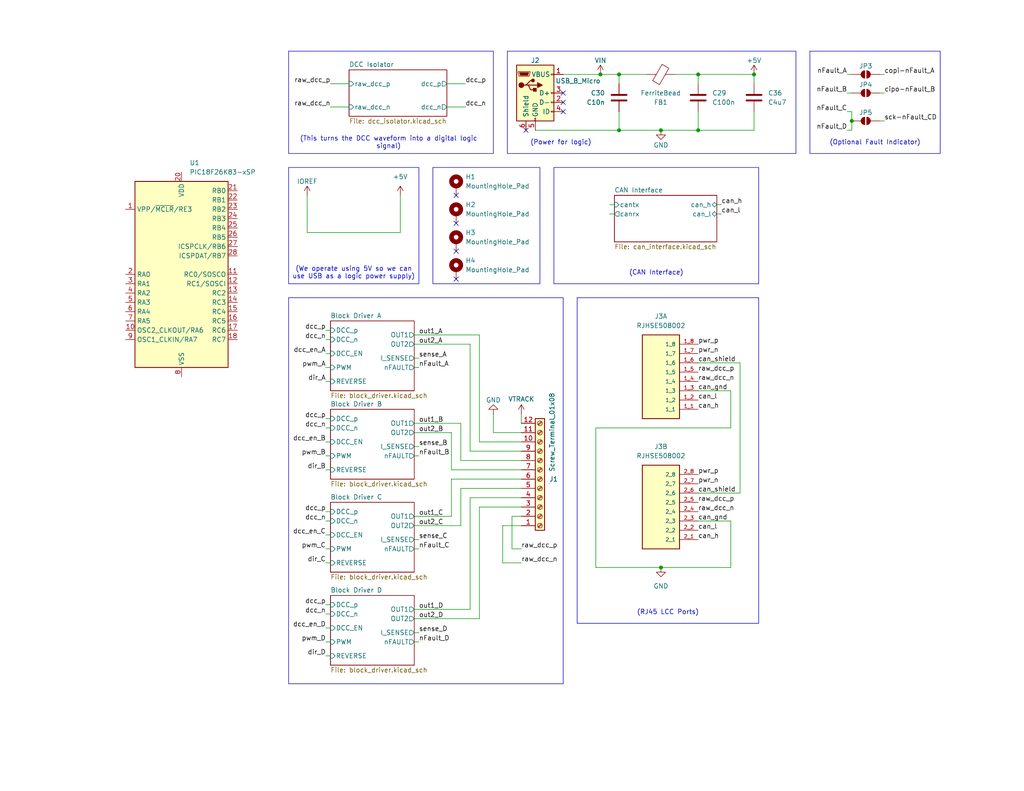
<source format=kicad_sch>
(kicad_sch (version 20231120) (generator "eeschema") (generator_version "8.0")
  (paper "USLetter")
  (title_block (title "PIC18 LCC Turnout Card") (date "2024-12-10") (rev "1") (company "TMRC") (comment 1 "Noah Paladino"))
  (lib_symbols
    (symbol "Connector:Screw_Terminal_01x12" (pin_names (offset 1.016) hide)
      (property "Reference" "J" (at 0 15.24 0))
      (property "Value" "Screw_Terminal_01x12" (at 0 -17.78 0))
      (symbol "Screw_Terminal_01x12_1_1"
        (rectangle (start -1.27 13.97) (end 1.27 -16.51) (stroke (width 0.254)) (fill (type background)))
        (circle (center 0 -15.24) (radius 0.635) (stroke (width 0.1524)))
        (circle (center 0 -12.7) (radius 0.635) (stroke (width 0.1524)))
        (circle (center 0 -10.16) (radius 0.635) (stroke (width 0.1524)))
        (circle (center 0 -7.62) (radius 0.635) (stroke (width 0.1524)))
        (circle (center 0 -5.08) (radius 0.635) (stroke (width 0.1524)))
        (circle (center 0 -2.54) (radius 0.635) (stroke (width 0.1524)))
        (polyline (pts (xy -0.5334 -14.9098) (xy 0.3302 -15.748)) (stroke (width 0.1524)))
        (polyline (pts (xy -0.5334 -12.3698) (xy 0.3302 -13.208)) (stroke (width 0.1524)))
        (polyline (pts (xy -0.5334 -9.8298) (xy 0.3302 -10.668)) (stroke (width 0.1524)))
        (polyline (pts (xy -0.5334 -7.2898) (xy 0.3302 -8.128)) (stroke (width 0.1524)))
        (polyline (pts (xy -0.5334 -4.7498) (xy 0.3302 -5.588)) (stroke (width 0.1524)))
        (polyline (pts (xy -0.5334 -2.2098) (xy 0.3302 -3.048)) (stroke (width 0.1524)))
        (polyline (pts (xy -0.5334 0.3302) (xy 0.3302 -0.508)) (stroke (width 0.1524)))
        (polyline (pts (xy -0.5334 2.8702) (xy 0.3302 2.032)) (stroke (width 0.1524)))
        (polyline (pts (xy -0.5334 5.4102) (xy 0.3302 4.572)) (stroke (width 0.1524)))
        (polyline (pts (xy -0.5334 7.9502) (xy 0.3302 7.112)) (stroke (width 0.1524)))
        (polyline (pts (xy -0.5334 10.4902) (xy 0.3302 9.652)) (stroke (width 0.1524)))
        (polyline (pts (xy -0.5334 13.0302) (xy 0.3302 12.192)) (stroke (width 0.1524)))
        (polyline (pts (xy -0.3556 -14.732) (xy 0.508 -15.5702)) (stroke (width 0.1524)))
        (polyline (pts (xy -0.3556 -12.192) (xy 0.508 -13.0302)) (stroke (width 0.1524)))
        (polyline (pts (xy -0.3556 -9.652) (xy 0.508 -10.4902)) (stroke (width 0.1524)))
        (polyline (pts (xy -0.3556 -7.112) (xy 0.508 -7.9502)) (stroke (width 0.1524)))
        (polyline (pts (xy -0.3556 -4.572) (xy 0.508 -5.4102)) (stroke (width 0.1524)))
        (polyline (pts (xy -0.3556 -2.032) (xy 0.508 -2.8702)) (stroke (width 0.1524)))
        (polyline (pts (xy -0.3556 0.508) (xy 0.508 -0.3302)) (stroke (width 0.1524)))
        (polyline (pts (xy -0.3556 3.048) (xy 0.508 2.2098)) (stroke (width 0.1524)))
        (polyline (pts (xy -0.3556 5.588) (xy 0.508 4.7498)) (stroke (width 0.1524)))
        (polyline (pts (xy -0.3556 8.128) (xy 0.508 7.2898)) (stroke (width 0.1524)))
        (polyline (pts (xy -0.3556 10.668) (xy 0.508 9.8298)) (stroke (width 0.1524)))
        (polyline (pts (xy -0.3556 13.208) (xy 0.508 12.3698)) (stroke (width 0.1524)))
        (circle (center 0 0) (radius 0.635) (stroke (width 0.1524)))
        (circle (center 0 2.54) (radius 0.635) (stroke (width 0.1524)))
        (circle (center 0 5.08) (radius 0.635) (stroke (width 0.1524)))
        (circle (center 0 7.62) (radius 0.635) (stroke (width 0.1524)))
        (circle (center 0 10.16) (radius 0.635) (stroke (width 0.1524)))
        (circle (center 0 12.7) (radius 0.635) (stroke (width 0.1524)))
        (pin passive line (at -5.08 12.7 0) (length 3.81) (name "Pin_1") (number "1"))
        (pin passive line (at -5.08 -10.16 0) (length 3.81) (name "Pin_10") (number "10"))
        (pin passive line (at -5.08 -12.7 0) (length 3.81) (name "Pin_11") (number "11"))
        (pin passive line (at -5.08 -15.24 0) (length 3.81) (name "Pin_12") (number "12"))
        (pin passive line (at -5.08 10.16 0) (length 3.81) (name "Pin_2") (number "2"))
        (pin passive line (at -5.08 7.62 0) (length 3.81) (name "Pin_3") (number "3"))
        (pin passive line (at -5.08 5.08 0) (length 3.81) (name "Pin_4") (number "4"))
        (pin passive line (at -5.08 2.54 0) (length 3.81) (name "Pin_5") (number "5"))
        (pin passive line (at -5.08 0 0) (length 3.81) (name "Pin_6") (number "6"))
        (pin passive line (at -5.08 -2.54 0) (length 3.81) (name "Pin_7") (number "7"))
        (pin passive line (at -5.08 -5.08 0) (length 3.81) (name "Pin_8") (number "8"))
        (pin passive line (at -5.08 -7.62 0) (length 3.81) (name "Pin_9") (number "9"))
      )
    )
    (symbol "Connector:USB_B_Micro" (pin_names (offset 1.016))
      (property "Reference" "J" (at -5.08 11.43 0))
      (property "Value" "USB_B_Micro" (at -5.08 8.89 0))
      (symbol "USB_B_Micro_0_1"
        (rectangle (start -5.08 -7.62) (end 5.08 7.62) (stroke (width 0.254)) (fill (type background)))
        (circle (center -3.81 2.159) (radius 0.635) (stroke (width 0.254)) (fill (type outline)))
        (circle (center -0.635 3.429) (radius 0.381) (stroke (width 0.254)) (fill (type outline)))
        (rectangle (start -0.127 -7.62) (end 0.127 -6.858))
        (polyline (pts (xy -1.905 2.159) (xy 0.635 2.159)) (stroke (width 0.254)))
        (polyline (pts (xy -3.175 2.159) (xy -2.54 2.159) (xy -1.27 3.429) (xy -0.635 3.429)) (stroke (width 0.254)))
        (polyline (pts (xy -2.54 2.159) (xy -1.905 2.159) (xy -1.27 0.889) (xy 0 0.889)) (stroke (width 0.254)))
        (polyline (pts (xy 0.635 2.794) (xy 0.635 1.524) (xy 1.905 2.159) (xy 0.635 2.794)) (stroke (width 0.254)) (fill (type outline)))
        (polyline (pts (xy -4.318 5.588) (xy -1.778 5.588) (xy -2.032 4.826) (xy -4.064 4.826) (xy -4.318 5.588)) (fill (type outline)))
        (polyline (pts (xy -4.699 5.842) (xy -4.699 5.588) (xy -4.445 4.826) (xy -4.445 4.572) (xy -1.651 4.572) (xy -1.651 4.826) (xy -1.397 5.588) (xy -1.397 5.842) (xy -4.699 5.842)))
        (rectangle (start 0.254 1.27) (end -0.508 0.508) (stroke (width 0.254)) (fill (type outline)))
        (rectangle (start 5.08 -5.207) (end 4.318 -4.953))
        (rectangle (start 5.08 -2.667) (end 4.318 -2.413))
        (rectangle (start 5.08 -0.127) (end 4.318 0.127))
        (rectangle (start 5.08 4.953) (end 4.318 5.207))
      )
      (symbol "USB_B_Micro_1_1"
        (pin power_out line (at 7.62 5.08 180) (length 2.54) (name "VBUS") (number "1"))
        (pin bidirectional line (at 7.62 -2.54 180) (length 2.54) (name "D-") (number "2"))
        (pin bidirectional line (at 7.62 0 180) (length 2.54) (name "D+") (number "3"))
        (pin passive line (at 7.62 -5.08 180) (length 2.54) (name "ID") (number "4"))
        (pin power_out line (at 0 -10.16 90) (length 2.54) (name "GND") (number "5"))
        (pin passive line (at -2.54 -10.16 90) (length 2.54) (name "Shield") (number "6"))
      )
    )
    (symbol "Device:C" (pin_numbers hide) (pin_names (offset 0.254))
      (property "Reference" "C" (at 0.635 2.54 0))
      (property "Value" "C" (at 0.635 -2.54 0))
      (symbol "C_0_1"
        (polyline (pts (xy -2.032 -0.762) (xy 2.032 -0.762)) (stroke (width 0.508)))
        (polyline (pts (xy -2.032 0.762) (xy 2.032 0.762)) (stroke (width 0.508)))
      )
      (symbol "C_1_1"
        (pin passive line (at 0 3.81 270) (length 2.794) (name "~") (number "1"))
        (pin passive line (at 0 -3.81 90) (length 2.794) (name "~") (number "2"))
      )
    )
    (symbol "Device:FerriteBead" (pin_numbers hide) (pin_names (offset 0))
      (property "Reference" "FB" (at -3.81 0.635 90))
      (property "Value" "FerriteBead" (at 3.81 0 90))
      (symbol "FerriteBead_0_1"
        (polyline (pts (xy 0 -1.27) (xy 0 -1.2192)))
        (polyline (pts (xy 0 1.27) (xy 0 1.2954)))
        (polyline (pts (xy -2.7686 0.4064) (xy -1.7018 2.2606) (xy 2.7686 -0.3048) (xy 1.6764 -2.159) (xy -2.7686 0.4064)))
      )
      (symbol "FerriteBead_1_1"
        (pin passive line (at 0 3.81 270) (length 2.54) (name "~") (number "1"))
        (pin passive line (at 0 -3.81 90) (length 2.54) (name "~") (number "2"))
      )
    )
    (symbol "Jumper:SolderJumper_2_Open" (pin_numbers hide) (pin_names (offset 0) hide) (exclude_from_sim yes) (in_bom no)
      (property "Reference" "JP" (at 0 2.032 0))
      (property "Value" "SolderJumper_2_Open" (at 0 -2.54 0))
      (symbol "SolderJumper_2_Open_0_1"
        (arc (start -0.254 1.016) (mid -1.2656 0) (end -0.254 -1.016))
        (arc (start -0.254 1.016) (mid -1.2656 0) (end -0.254 -1.016) (fill (type outline)))
        (polyline (pts (xy -0.254 1.016) (xy -0.254 -1.016)))
        (polyline (pts (xy 0.254 1.016) (xy 0.254 -1.016)))
        (arc (start 0.254 -1.016) (mid 1.2656 0) (end 0.254 1.016))
        (arc (start 0.254 -1.016) (mid 1.2656 0) (end 0.254 1.016) (fill (type outline)))
      )
      (symbol "SolderJumper_2_Open_1_1"
        (pin passive line (at -3.81 0 0) (length 2.54) (name "A") (number "1"))
        (pin passive line (at 3.81 0 180) (length 2.54) (name "B") (number "2"))
      )
    )
    (symbol "MCU_Microchip_PIC18:PIC18F26K83-xSP"
      (property "Reference" "U" (at -11.43 26.67 0))
      (property "Value" "PIC18F26K83-xSP" (at 11.43 26.67 0))
      (symbol "PIC18F26K83-xSP_0_1"
        (rectangle (start -12.7 -25.4) (end 12.7 25.4) (stroke (width 0.254)) (fill (type background)))
      )
      (symbol "PIC18F26K83-xSP_1_1"
        (pin input line (at -15.24 17.78 0) (length 2.54) (name "VPP/~{MCLR}/RE3") (number "1"))
        (pin bidirectional line (at -15.24 -15.24 0) (length 2.54) (name "OSC2_CLKOUT/RA6") (number "10"))
        (pin bidirectional line (at 15.24 0 180) (length 2.54) (name "RC0/SOSCO") (number "11"))
        (pin bidirectional line (at 15.24 -2.54 180) (length 2.54) (name "RC1/SOSCI") (number "12"))
        (pin bidirectional line (at 15.24 -5.08 180) (length 2.54) (name "RC2") (number "13"))
        (pin bidirectional line (at 15.24 -7.62 180) (length 2.54) (name "RC3") (number "14"))
        (pin bidirectional line (at 15.24 -10.16 180) (length 2.54) (name "RC4") (number "15"))
        (pin bidirectional line (at 15.24 -12.7 180) (length 2.54) (name "RC5") (number "16"))
        (pin bidirectional line (at 15.24 -15.24 180) (length 2.54) (name "RC6") (number "17"))
        (pin bidirectional line (at 15.24 -17.78 180) (length 2.54) (name "RC7") (number "18"))
        (pin passive line (at 0 -27.94 90) (length 2.54) hide (name "VSS") (number "19"))
        (pin bidirectional line (at -15.24 0 0) (length 2.54) (name "RA0") (number "2"))
        (pin power_in line (at 0 27.94 270) (length 2.54) (name "VDD") (number "20"))
        (pin bidirectional line (at 15.24 22.86 180) (length 2.54) (name "RB0") (number "21"))
        (pin bidirectional line (at 15.24 20.32 180) (length 2.54) (name "RB1") (number "22"))
        (pin bidirectional line (at 15.24 17.78 180) (length 2.54) (name "RB2") (number "23"))
        (pin bidirectional line (at 15.24 15.24 180) (length 2.54) (name "RB3") (number "24"))
        (pin bidirectional line (at 15.24 12.7 180) (length 2.54) (name "RB4") (number "25"))
        (pin bidirectional line (at 15.24 10.16 180) (length 2.54) (name "RB5") (number "26"))
        (pin bidirectional line (at 15.24 7.62 180) (length 2.54) (name "ICSPCLK/RB6") (number "27"))
        (pin bidirectional line (at 15.24 5.08 180) (length 2.54) (name "ICSPDAT/RB7") (number "28"))
        (pin bidirectional line (at -15.24 -2.54 0) (length 2.54) (name "RA1") (number "3"))
        (pin bidirectional line (at -15.24 -5.08 0) (length 2.54) (name "RA2") (number "4"))
        (pin bidirectional line (at -15.24 -7.62 0) (length 2.54) (name "RA3") (number "5"))
        (pin bidirectional line (at -15.24 -10.16 0) (length 2.54) (name "RA4") (number "6"))
        (pin bidirectional line (at -15.24 -12.7 0) (length 2.54) (name "RA5") (number "7"))
        (pin power_in line (at 0 -27.94 90) (length 2.54) (name "VSS") (number "8"))
        (pin bidirectional line (at -15.24 -17.78 0) (length 2.54) (name "OSC1_CLKIN/RA7") (number "9"))
      )
    )
    (symbol "Mechanical:MountingHole_Pad" (pin_numbers hide) (pin_names (offset 1.016) hide) (exclude_from_sim yes) (in_bom no)
      (property "Reference" "H" (at 0 6.35 0))
      (property "Value" "MountingHole_Pad" (at 0 4.445 0))
      (symbol "MountingHole_Pad_0_1"
        (circle (center 0 1.27) (radius 1.27) (stroke (width 1.27)))
      )
      (symbol "MountingHole_Pad_1_1"
        (pin input line (at 0 -2.54 90) (length 2.54) (name "1") (number "1"))
      )
    )
    (symbol "RJHSE508002:RJHSE508002" (pin_names (offset 1.016))
      (property "Reference" "J" (at -5.08 12.7 0))
      (property "Value" "RJHSE508002" (at -5.08 -15.24 0))
      (symbol "RJHSE508002_1_0"
        (rectangle (start -5.08 -12.7) (end 5.08 10.16) (stroke (width 0.254)) (fill (type background)))
        (pin passive line (at -10.16 7.62 0) (length 5.08) (name "1_1") (number "1_1"))
        (pin passive line (at -10.16 5.08 0) (length 5.08) (name "1_2") (number "1_2"))
        (pin passive line (at -10.16 2.54 0) (length 5.08) (name "1_3") (number "1_3"))
        (pin passive line (at -10.16 0 0) (length 5.08) (name "1_4") (number "1_4"))
        (pin passive line (at -10.16 -2.54 0) (length 5.08) (name "1_5") (number "1_5"))
        (pin passive line (at -10.16 -5.08 0) (length 5.08) (name "1_6") (number "1_6"))
        (pin passive line (at -10.16 -7.62 0) (length 5.08) (name "1_7") (number "1_7"))
        (pin passive line (at -10.16 -10.16 0) (length 5.08) (name "1_8") (number "1_8"))
      )
      (symbol "RJHSE508002_2_0"
        (rectangle (start -5.08 -12.7) (end 5.08 10.16) (stroke (width 0.254)) (fill (type background)))
        (pin passive line (at -10.16 7.62 0) (length 5.08) (name "2_1") (number "2_1"))
        (pin passive line (at -10.16 5.08 0) (length 5.08) (name "2_2") (number "2_2"))
        (pin passive line (at -10.16 2.54 0) (length 5.08) (name "2_3") (number "2_3"))
        (pin passive line (at -10.16 0 0) (length 5.08) (name "2_4") (number "2_4"))
        (pin passive line (at -10.16 -2.54 0) (length 5.08) (name "2_5") (number "2_5"))
        (pin passive line (at -10.16 -5.08 0) (length 5.08) (name "2_6") (number "2_6"))
        (pin passive line (at -10.16 -7.62 0) (length 5.08) (name "2_7") (number "2_7"))
        (pin passive line (at -10.16 -10.16 0) (length 5.08) (name "2_8") (number "2_8"))
      )
    )
    (symbol "power:+3.3V" (power) (pin_numbers hide) (pin_names (offset 0) hide)
      (property "Value" "+3.3V" (at 0 3.556 0))
      (symbol "+3.3V_0_1"
        (polyline (pts (xy -0.762 1.27) (xy 0 2.54)))
        (polyline (pts (xy 0 0) (xy 0 2.54)))
        (polyline (pts (xy 0 2.54) (xy 0.762 1.27)))
      )
      (symbol "+3.3V_1_1"
        (pin power_in line (at 0 0 90) (length 0) (name "~") (number "1"))
      )
    )
    (symbol "power:+5V" (power) (pin_numbers hide) (pin_names (offset 0) hide)
      (property "Value" "+5V" (at 0 3.556 0))
      (symbol "+5V_0_1"
        (polyline (pts (xy -0.762 1.27) (xy 0 2.54)))
        (polyline (pts (xy 0 0) (xy 0 2.54)))
        (polyline (pts (xy 0 2.54) (xy 0.762 1.27)))
      )
      (symbol "+5V_1_1"
        (pin power_in line (at 0 0 90) (length 0) (name "~") (number "1"))
      )
    )
    (symbol "power:GND" (power) (pin_numbers hide) (pin_names (offset 0) hide)
      (property "Value" "GND" (at 0 -3.81 0))
      (symbol "GND_0_1"
        (polyline (pts (xy 0 0) (xy 0 -1.27) (xy 1.27 -1.27) (xy 0 -2.54) (xy -1.27 -1.27) (xy 0 -1.27)))
      )
      (symbol "GND_1_1"
        (pin power_in line (at 0 0 270) (length 0) (name "~") (number "1"))
      )
    )
  )
  (junction (at 205.74 20.32))
  (junction (at 168.91 20.32))
  (junction (at 190.5 35.56))
  (junction (at 180.34 154.94))
  (junction (at 180.34 35.56))
  (junction (at 232.41 33.02))
  (junction (at 190.5 20.32))
  (junction (at 163.83 20.32))
  (junction (at 168.91 35.56))
  (no_connect (at 153.67 25.4))
  (no_connect (at 153.67 30.48))
  (no_connect (at 153.67 27.94))
  (no_connect (at 143.51 35.56))
  (no_connect (at 124.46 68.58))
  (no_connect (at 124.46 53.34))
  (no_connect (at 124.46 76.2))
  (no_connect (at 124.46 60.96))
  (wire (pts (xy 240.03 20.32) (xy 241.3 20.32)))
  (wire (pts (xy 113.03 121.92) (xy 114.3 121.92)))
  (wire (pts (xy 142.24 128.27) (xy 123.19 128.27)))
  (wire (pts (xy 113.03 172.72) (xy 114.3 172.72)))
  (wire (pts (xy 201.93 99.06) (xy 201.93 134.62)))
  (wire (pts (xy 88.9 114.3) (xy 90.17 114.3)))
  (wire (pts (xy 113.03 140.97) (xy 123.19 140.97)))
  (wire (pts (xy 139.7 140.97) (xy 139.7 149.86)))
  (wire (pts (xy 134.62 118.11) (xy 142.24 118.11)))
  (wire (pts (xy 166.37 55.88) (xy 167.64 55.88)))
  (wire (pts (xy 113.03 168.91) (xy 130.81 168.91)))
  (wire (pts (xy 168.91 20.32) (xy 168.91 22.86)))
  (wire (pts (xy 142.24 143.51) (xy 137.16 143.51)))
  (wire (pts (xy 240.03 33.02) (xy 241.3 33.02)))
  (wire (pts (xy 240.03 25.4) (xy 241.3 25.4)))
  (wire (pts (xy 232.41 33.02) (xy 232.41 35.56)))
  (wire (pts (xy 123.19 140.97) (xy 123.19 130.81)))
  (wire (pts (xy 190.5 106.68) (xy 199.39 106.68)))
  (wire (pts (xy 142.24 149.86) (xy 139.7 149.86)))
  (wire (pts (xy 113.03 124.46) (xy 114.3 124.46)))
  (wire (pts (xy 231.14 25.4) (xy 232.41 25.4)))
  (wire (pts (xy 190.5 134.62) (xy 201.93 134.62)))
  (wire (pts (xy 205.74 20.32) (xy 190.5 20.32)))
  (wire (pts (xy 146.05 35.56) (xy 168.91 35.56)))
  (wire (pts (xy 134.62 113.03) (xy 134.62 118.11)))
  (wire (pts (xy 88.9 171.45) (xy 90.17 171.45)))
  (wire (pts (xy 153.67 20.32) (xy 163.83 20.32)))
  (wire (pts (xy 109.22 63.5) (xy 109.22 53.34)))
  (wire (pts (xy 168.91 30.48) (xy 168.91 35.56)))
  (wire (pts (xy 121.92 22.86) (xy 127 22.86)))
  (wire (pts (xy 130.81 120.65) (xy 142.24 120.65)))
  (wire (pts (xy 142.24 113.03) (xy 142.24 115.57)))
  (wire (pts (xy 231.14 30.48) (xy 232.41 30.48)))
  (wire (pts (xy 88.9 100.33) (xy 90.17 100.33)))
  (wire (pts (xy 88.9 167.64) (xy 90.17 167.64)))
  (wire (pts (xy 88.9 146.05) (xy 90.17 146.05)))
  (wire (pts (xy 168.91 35.56) (xy 180.34 35.56)))
  (wire (pts (xy 199.39 106.68) (xy 199.39 116.84)))
  (wire (pts (xy 130.81 91.44) (xy 130.81 120.65)))
  (wire (pts (xy 231.14 20.32) (xy 232.41 20.32)))
  (wire (pts (xy 83.82 63.5) (xy 83.82 53.34)))
  (wire (pts (xy 190.5 99.06) (xy 201.93 99.06)))
  (wire (pts (xy 128.27 93.98) (xy 128.27 123.19)))
  (wire (pts (xy 190.5 35.56) (xy 205.74 35.56)))
  (wire (pts (xy 123.19 128.27) (xy 123.19 118.11)))
  (wire (pts (xy 190.5 30.48) (xy 190.5 35.56)))
  (wire (pts (xy 113.03 93.98) (xy 128.27 93.98)))
  (wire (pts (xy 168.91 20.32) (xy 163.83 20.32)))
  (wire (pts (xy 190.5 20.32) (xy 190.5 22.86)))
  (wire (pts (xy 88.9 128.27) (xy 90.17 128.27)))
  (wire (pts (xy 232.41 33.02) (xy 232.41 30.48)))
  (wire (pts (xy 88.9 149.86) (xy 90.17 149.86)))
  (wire (pts (xy 88.9 175.26) (xy 90.17 175.26)))
  (wire (pts (xy 88.9 165.1) (xy 90.17 165.1)))
  (wire (pts (xy 113.03 115.57) (xy 125.73 115.57)))
  (wire (pts (xy 137.16 143.51) (xy 137.16 153.67)))
  (wire (pts (xy 130.81 138.43) (xy 142.24 138.43)))
  (wire (pts (xy 195.58 58.42) (xy 196.85 58.42)))
  (wire (pts (xy 195.58 55.88) (xy 196.85 55.88)))
  (wire (pts (xy 180.34 154.94) (xy 199.39 154.94)))
  (wire (pts (xy 88.9 139.7) (xy 90.17 139.7)))
  (wire (pts (xy 139.7 140.97) (xy 142.24 140.97)))
  (wire (pts (xy 113.03 143.51) (xy 125.73 143.51)))
  (wire (pts (xy 162.56 154.94) (xy 180.34 154.94)))
  (wire (pts (xy 88.9 96.52) (xy 90.17 96.52)))
  (wire (pts (xy 162.56 116.84) (xy 199.39 116.84)))
  (wire (pts (xy 113.03 97.79) (xy 114.3 97.79)))
  (wire (pts (xy 113.03 149.86) (xy 114.3 149.86)))
  (wire (pts (xy 137.16 153.67) (xy 142.24 153.67)))
  (wire (pts (xy 125.73 115.57) (xy 125.73 125.73)))
  (wire (pts (xy 231.14 35.56) (xy 232.41 35.56)))
  (wire (pts (xy 128.27 135.89) (xy 142.24 135.89)))
  (wire (pts (xy 83.82 63.5) (xy 109.22 63.5)))
  (wire (pts (xy 125.73 125.73) (xy 142.24 125.73)))
  (wire (pts (xy 166.37 58.42) (xy 167.64 58.42)))
  (wire (pts (xy 113.03 100.33) (xy 114.3 100.33)))
  (wire (pts (xy 88.9 120.65) (xy 90.17 120.65)))
  (wire (pts (xy 205.74 22.86) (xy 205.74 20.32)))
  (wire (pts (xy 113.03 175.26) (xy 114.3 175.26)))
  (wire (pts (xy 113.03 147.32) (xy 114.3 147.32)))
  (wire (pts (xy 90.17 22.86) (xy 95.25 22.86)))
  (wire (pts (xy 125.73 133.35) (xy 142.24 133.35)))
  (wire (pts (xy 88.9 124.46) (xy 90.17 124.46)))
  (wire (pts (xy 90.17 29.21) (xy 95.25 29.21)))
  (wire (pts (xy 205.74 30.48) (xy 205.74 35.56)))
  (wire (pts (xy 168.91 20.32) (xy 176.53 20.32)))
  (wire (pts (xy 88.9 104.14) (xy 90.17 104.14)))
  (wire (pts (xy 88.9 142.24) (xy 90.17 142.24)))
  (wire (pts (xy 88.9 116.84) (xy 90.17 116.84)))
  (wire (pts (xy 121.92 29.21) (xy 127 29.21)))
  (wire (pts (xy 199.39 154.94) (xy 199.39 142.24)))
  (wire (pts (xy 128.27 166.37) (xy 128.27 135.89)))
  (wire (pts (xy 88.9 153.67) (xy 90.17 153.67)))
  (wire (pts (xy 130.81 168.91) (xy 130.81 138.43)))
  (wire (pts (xy 180.34 35.56) (xy 190.5 35.56)))
  (wire (pts (xy 128.27 123.19) (xy 142.24 123.19)))
  (wire (pts (xy 113.03 166.37) (xy 128.27 166.37)))
  (wire (pts (xy 123.19 130.81) (xy 142.24 130.81)))
  (wire (pts (xy 199.39 142.24) (xy 190.5 142.24)))
  (wire (pts (xy 88.9 90.17) (xy 90.17 90.17)))
  (wire (pts (xy 88.9 179.07) (xy 90.17 179.07)))
  (wire (pts (xy 88.9 92.71) (xy 90.17 92.71)))
  (wire (pts (xy 125.73 143.51) (xy 125.73 133.35)))
  (wire (pts (xy 113.03 91.44) (xy 130.81 91.44)))
  (wire (pts (xy 184.15 20.32) (xy 190.5 20.32)))
  (wire (pts (xy 123.19 118.11) (xy 113.03 118.11)))
  (wire (pts (xy 162.56 116.84) (xy 162.56 154.94)))
  (rectangle (start 78.74 81.28) (end 153.67 186.69))
  (rectangle (start 78.74 45.72) (end 114.3 77.47))
  (rectangle (start 78.74 13.97) (end 134.62 41.91))
  (rectangle (start 157.48 81.28) (end 207.01 170.18))
  (rectangle (start 151.13 45.72) (end 207.01 77.47))
  (rectangle (start 118.11 45.72) (end 147.32 77.47))
  (rectangle (start 138.43 13.97) (end 217.17 41.91))
  (rectangle (start 149.86 132.08) (end 149.86 132.08))
  (rectangle (start 220.98 13.97) (end 256.54 41.91))
  (text_box "(RJ45 LCC Ports)" (at 157.48 163.83 0) (size 49.53 6.35) (stroke (width -0.0001)) (effects (font (size 1.27 1.27))))
  (text_box "(This turns the DCC waveform into a digital logic signal)" (at 78.74 35.56 0) (size 54.61 6.35) (stroke (width -0.0001)) (effects (font (size 1.27 1.27))))
  (text_box "(Power for logic)" (at 138.43 35.56 0) (size 29.21 6.35) (stroke (width -0.0001)) (effects (font (size 1.27 1.27))))
  (text_box "(CAN Interface)" (at 151.13 71.12 0) (size 55.88 6.35) (stroke (width -0.0001)) (effects (font (size 1.27 1.27))))
  (text_box "(We operate using 5V so we can use USB as a logic power supply)" (at 78.74 71.12 0) (size 35.56 6.35) (stroke (width -0.0001)) (effects (font (size 1.27 1.27))))
  (text_box "(Optional Fault Indicator)" (at 220.98 35.56 0) (size 35.56 6.35) (stroke (width -0.0001)) (effects (font (size 1.27 1.27))))
  (label "nFault_C" (at 231.14 30.48 180))
  (label "dir_B" (at 88.9 128.27 180))
  (label "out2_D" (at 114.3 168.91 0))
  (label "pwr_n" (at 190.5 132.08 0))
  (label "dir_C" (at 88.9 153.67 180))
  (label "nFault_C" (at 114.3 149.86 0))
  (label "nFault_B" (at 114.3 124.46 0))
  (label "raw_dcc_n" (at 190.5 139.7 0))
  (label "sense_A" (at 114.3 97.79 0))
  (label "pwm_C" (at 88.9 149.86 180))
  (label "sense_D" (at 114.3 172.72 0))
  (label "dcc_p" (at 88.9 90.17 180))
  (label "can_l" (at 196.85 58.42 0))
  (label "can_shield" (at 190.5 134.62 0))
  (label "can_h" (at 190.5 111.76 0))
  (label "nFault_D" (at 114.3 175.26 0))
  (label "out1_A" (at 114.3 91.44 0))
  (label "out1_D" (at 114.3 166.37 0))
  (label "raw_dcc_n" (at 142.24 153.67 0))
  (label "pwm_B" (at 88.9 124.46 180))
  (label "dcc_p" (at 88.9 165.1 180))
  (label "pwm_D" (at 88.9 175.26 180))
  (label "dcc_n" (at 88.9 92.71 180))
  (label "raw_dcc_n" (at 90.17 29.21 180))
  (label "pwm_A" (at 88.9 100.33 180))
  (label "pwr_n" (at 190.5 96.52 0))
  (label "sense_C" (at 114.3 147.32 0))
  (label "raw_dcc_p" (at 142.24 149.86 0))
  (label "raw_dcc_p" (at 190.5 137.16 0))
  (label "nFault_A" (at 231.14 20.32 180))
  (label "dcc_en_B" (at 88.9 120.65 180))
  (label "out1_B" (at 114.3 115.57 0))
  (label "dcc_n" (at 88.9 142.24 180))
  (label "dcc_en_C" (at 88.9 146.05 180))
  (label "out2_A" (at 114.3 93.98 0))
  (label "out2_C" (at 114.3 143.51 0))
  (label "raw_dcc_p" (at 90.17 22.86 180))
  (label "dcc_n" (at 88.9 167.64 180))
  (label "nFault_D" (at 231.14 35.56 180))
  (label "out1_C" (at 114.3 140.97 0))
  (label "pwr_p" (at 190.5 129.54 0))
  (label "pwr_p" (at 190.5 93.98 0))
  (label "raw_dcc_p" (at 190.5 101.6 0))
  (label "can_h" (at 190.5 147.32 0))
  (label "can_gnd" (at 190.5 106.68 0))
  (label "dcc_p" (at 127 22.86 0))
  (label "dir_A" (at 88.9 104.14 180))
  (label "dcc_p" (at 88.9 114.3 180))
  (label "dcc_p" (at 88.9 139.7 180))
  (label "raw_dcc_n" (at 190.5 104.14 0))
  (label "can_gnd" (at 190.5 142.24 0))
  (label "nFault_B" (at 231.14 25.4 180))
  (label "dcc_n" (at 88.9 116.84 180))
  (label "nFault_A" (at 114.3 100.33 0))
  (label "dcc_en_A" (at 88.9 96.52 180))
  (label "sck-nFault_CD" (at 241.3 33.02 0))
  (label "copi-nFault_A" (at 241.3 20.32 0))
  (label "can_l" (at 190.5 144.78 0))
  (label "can_shield" (at 190.5 99.06 0))
  (label "sense_B" (at 114.3 121.92 0))
  (label "can_h" (at 196.85 55.88 0))
  (label "dcc_en_D" (at 88.9 171.45 180))
  (label "out2_B" (at 114.3 118.11 0))
  (label "dcc_n" (at 127 29.21 0))
  (label "cipo-nFault_B" (at 241.3 25.4 0))
  (label "dir_D" (at 88.9 179.07 180))
  (label "can_l" (at 190.5 109.22 0))
  (symbol (lib_id "power:+5V") (at 109.22 53.34 0) (unit 1)
    (property "Reference" "#PWR03" (effects (hide yes)))
    (property "Value" "+5V" (at 109.22 48.26 0))
    (property "Description" "Power symbol creates a global label with name \"+5V\"" (effects (hide yes)))
  )
  (symbol (lib_id "Device:C") (at 190.5 26.67 0) (unit 1)
    (property "Reference" "C29" (at 194.31 25.3999 0) (effects (justify left)))
    (property "Value" "C100n" (at 194.31 27.9399 0) (effects (justify left)))
    (property "Footprint" "Capacitor_SMD:C_0805_2012Metric_Pad1.18x1.45mm_HandSolder" (effects (hide yes)))
    (property "Description" "Unpolarized capacitor" (effects (hide yes)))
    (property "MANUFACTURER" "Samsung" (effects (hide yes)))
    (property "Manufacturer Part Number" "CL21B104KACNFNC" (effects (hide yes)))
  )
  (symbol (lib_id "RJHSE508002:RJHSE508002") (at 180.34 104.14 180) (unit 1)
    (property "Reference" "J3" (at 180.34 86.36 0))
    (property "Value" "RJHSE508002" (at 180.34 88.9 0))
    (property "Footprint" "RJHSE508002:AMPHENOL_RJHSE508002" (effects (hide yes)))
    (property "PARTREV" "E" (effects (hide yes)))
    (property "STANDARD" "Manufacturer Recommendations" (effects (hide yes)))
    (property "MAXIMUM_PACKAGE_HEIGHT" "13.21mm" (effects (hide yes)))
    (property "MANUFACTURER" "Amphenol ICC" (effects (hide yes)))
    (property "Manufacturer Part Number" "RJHSE508002" (effects (hide yes)))
  )
  (symbol (lib_id "power:GND") (at 180.34 154.94 0) (unit 1)
    (property "Reference" "#PWR08" (effects (hide yes)))
    (property "Value" "GND" (at 180.34 160.02 0))
    (property "Description" "Power symbol creates a global label with name \"GND\" , ground" (effects (hide yes)))
  )
  (symbol (lib_id "Connector:USB_B_Micro") (at 146.05 25.4 0) (unit 1)
    (property "Reference" "J2" (at 146.05 16.51 0))
    (property "Value" "USB_B_Micro" (at 157.734 22.098 0))
    (property "Description" "USB Micro Type B connector" (effects (hide yes)))
  )
  (symbol (lib_id "Device:C") (at 205.74 26.67 0) (unit 1)
    (property "Reference" "C36" (at 209.55 25.3999 0) (effects (justify left)))
    (property "Value" "C4u7" (at 209.55 27.9399 0) (effects (justify left)))
    (property "Footprint" "Capacitor_SMD:C_0805_2012Metric_Pad1.18x1.45mm_HandSolder" (effects (hide yes)))
    (property "Description" "Unpolarized capacitor" (effects (hide yes)))
    (property "MANUFACTURER" "Samsung" (effects (hide yes)))
    (property "Manufacturer Part Number" "CL21B104KBFXPJE" (effects (hide yes)))
  )
  (symbol (lib_id "power:+3.3V") (at 83.82 53.34 0) (unit 1)
    (property "Reference" "#PWR01" (effects (hide yes)))
    (property "Value" "IOREF" (at 83.82 49.53 0))
    (property "Description" "Power symbol creates a global label with name \"+3.3V\"" (effects (hide yes)))
  )
  (symbol (lib_id "RJHSE508002:RJHSE508002") (at 180.34 139.7 180) (unit 2)
    (property "Reference" "J3" (at 180.34 121.92 0))
    (property "Value" "RJHSE508002" (at 180.34 124.46 0))
    (property "Footprint" "RJHSE508002:AMPHENOL_RJHSE508002" (effects (hide yes)))
    (property "PARTREV" "E" (effects (hide yes)))
    (property "STANDARD" "Manufacturer Recommendations" (effects (hide yes)))
    (property "MAXIMUM_PACKAGE_HEIGHT" "13.21mm" (effects (hide yes)))
    (property "MANUFACTURER" "Amphenol ICC" (effects (hide yes)))
    (property "Manufacturer Part Number" "RJHSE508002" (effects (hide yes)))
  )
  (symbol (lib_id "Jumper:SolderJumper_2_Open") (at 236.22 25.4 0) (unit 1) (exclude_from_sim yes) (in_bom no)
    (property "Reference" "JP4" (at 236.22 23.114 0))
    (property "Value" "SolderJumper_2_Open" (effects (hide yes)))
    (property "Footprint" "Jumper:SolderJumper-2_P1.3mm_Open_RoundedPad1.0x1.5mm" (effects (hide yes)))
    (property "Description" "Solder Jumper, 2-pole, open" (effects (hide yes)))
  )
  (symbol (lib_id "Mechanical:MountingHole_Pad") (at 124.46 58.42 0) (unit 1) (exclude_from_sim yes) (in_bom no)
    (property "Reference" "H2" (at 127 55.8799 0) (effects (justify left)))
    (property "Value" "MountingHole_Pad" (at 127 58.4199 0) (effects (justify left)))
    (property "Footprint" "MountingHole:MountingHole_4.3mm_M4_Pad_Via" (effects (hide yes)))
    (property "Description" "Mounting Hole with connection" (effects (hide yes)))
  )
  (symbol (lib_id "power:GND") (at 134.62 113.03 180) (unit 1)
    (property "Reference" "#PWR04" (effects (hide yes)))
    (property "Value" "GND" (at 134.62 109.22 0))
    (property "Description" "Power symbol creates a global label with name \"GND\" , ground" (effects (hide yes)))
  )
  (symbol (lib_id "Device:FerriteBead") (at 180.34 20.32 90) (unit 1)
    (property "Reference" "FB1" (at 180.2892 27.94 90))
    (property "Value" "FerriteBead" (at 180.2892 25.4 90))
    (property "Description" "Ferrite bead" (effects (hide yes)))
  )
  (symbol (lib_id "Jumper:SolderJumper_2_Open") (at 236.22 20.32 0) (unit 1) (exclude_from_sim yes) (in_bom no)
    (property "Reference" "JP3" (at 236.22 18.034 0))
    (property "Value" "SolderJumper_2_Open" (effects (hide yes)))
    (property "Footprint" "Jumper:SolderJumper-2_P1.3mm_Open_RoundedPad1.0x1.5mm" (effects (hide yes)))
    (property "Description" "Solder Jumper, 2-pole, open" (effects (hide yes)))
  )
  (symbol (lib_id "MCU_Microchip_PIC18:PIC18F26K83-xSP") (at 49.53 74.93 0) (unit 1)
    (property "Reference" "U1" (at 51.7241 44.45 0) (effects (justify left)))
    (property "Value" "PIC18F26K83-xSP" (at 51.7241 46.99 0) (effects (justify left)))
    (property "Footprint" "Package_DIP:DIP-28_W7.62mm" (effects (hide yes)))
    (property "Datasheet" "http://ww1.microchip.com/downloads/en/DeviceDoc/40001943A.pdf" (effects (hide yes)))
    (property "Description" "64K Flash, 4K RAM, 1K EEPROM, 2.3-5.5V, PIC18, low-power microcontroller with CAN, DIP-28" (effects (hide yes)))
  )
  (symbol (lib_id "Mechanical:MountingHole_Pad") (at 124.46 73.66 0) (unit 1) (exclude_from_sim yes) (in_bom no)
    (property "Reference" "H4" (at 127 71.1199 0) (effects (justify left)))
    (property "Value" "MountingHole_Pad" (at 127 73.6599 0) (effects (justify left)))
    (property "Footprint" "MountingHole:MountingHole_4.3mm_M4_Pad_Via" (effects (hide yes)))
    (property "Description" "Mounting Hole with connection" (effects (hide yes)))
  )
  (symbol (lib_id "power:GND") (at 180.34 35.56 0) (unit 1)
    (property "Reference" "#PWR07" (effects (hide yes)))
    (property "Value" "GND" (at 180.34 39.624 0))
    (property "Description" "Power symbol creates a global label with name \"GND\" , ground" (effects (hide yes)))
  )
  (symbol (lib_id "Device:C") (at 168.91 26.67 0) (mirror y) (unit 1)
    (property "Reference" "C30" (at 165.1 25.3999 0) (effects (justify left)))
    (property "Value" "C10n" (at 165.1 27.9399 0) (effects (justify left)))
    (property "Footprint" "Capacitor_SMD:C_0805_2012Metric_Pad1.18x1.45mm_HandSolder" (effects (hide yes)))
    (property "Description" "Unpolarized capacitor" (effects (hide yes)))
    (property "MANUFACTURER" "Samsung" (effects (hide yes)))
    (property "Manufacturer Part Number" "CL21B104KACNFNC" (effects (hide yes)))
  )
  (symbol (lib_id "power:+3.3V") (at 163.83 20.32 0) (unit 1)
    (property "Reference" "#PWR02" (effects (hide yes)))
    (property "Value" "VIN" (at 163.83 16.51 0))
    (property "Description" "Power symbol creates a global label with name \"VIN\"" (effects (hide yes)))
  )
  (symbol (lib_id "Connector:Screw_Terminal_01x12") (at 147.32 130.81 0) (mirror x) (unit 1)
    (property "Reference" "J1" (at 149.86 130.8101 0) (effects (justify left)))
    (property "Value" "Screw_Terminal_01x08" (at 150.622 107.188 90) (effects (justify left)))
    (property "Footprint" "TerminalBlock_Phoenix:TerminalBlock_Phoenix_MKDS-1,5-12_1x12_P5.00mm_Horizontal" (effects (hide yes)))
    (property "Description" "Generic screw terminal, single row, 01x12, script generated (kicad-library-utils/schlib/autogen/connector/)" (effects (hide yes)))
    (property "MANUFACTURER" "Phoenix Contact" (effects (hide yes)))
    (property "Manufacturer Part Number" "1753611" (effects (hide yes)))
  )
  (symbol (lib_id "power:+3.3V") (at 142.24 113.03 0) (mirror y) (unit 1)
    (property "Reference" "#PWR05" (effects (hide yes)))
    (property "Value" "VTRACK" (at 142.24 108.966 0))
    (property "Description" "Power symbol creates a global label with name \"VTRACK\"" (effects (hide yes)))
  )
  (symbol (lib_id "Jumper:SolderJumper_2_Open") (at 236.22 33.02 0) (unit 1) (exclude_from_sim yes) (in_bom no)
    (property "Reference" "JP5" (at 236.22 30.734 0))
    (property "Value" "SolderJumper_2_Open" (effects (hide yes)))
    (property "Footprint" "Jumper:SolderJumper-2_P1.3mm_Open_RoundedPad1.0x1.5mm" (effects (hide yes)))
    (property "Description" "Solder Jumper, 2-pole, open" (effects (hide yes)))
  )
  (symbol (lib_id "power:+5V") (at 205.74 20.32 0) (unit 1)
    (property "Reference" "#PWR06" (effects (hide yes)))
    (property "Value" "+5V" (at 205.74 16.51 0))
    (property "Description" "Power symbol creates a global label with name \"+5V\"" (effects (hide yes)))
  )
  (symbol (lib_id "Mechanical:MountingHole_Pad") (at 124.46 66.04 0) (unit 1) (exclude_from_sim yes) (in_bom no)
    (property "Reference" "H3" (at 127 63.4999 0) (effects (justify left)))
    (property "Value" "MountingHole_Pad" (at 127 66.0399 0) (effects (justify left)))
    (property "Footprint" "MountingHole:MountingHole_4.3mm_M4_Pad_Via" (effects (hide yes)))
    (property "Description" "Mounting Hole with connection" (effects (hide yes)))
  )
  (symbol (lib_id "Mechanical:MountingHole_Pad") (at 124.46 50.8 0) (unit 1) (exclude_from_sim yes) (in_bom no)
    (property "Reference" "H1" (at 127 48.2599 0) (effects (justify left)))
    (property "Value" "MountingHole_Pad" (at 127 50.7999 0) (effects (justify left)))
    (property "Footprint" "MountingHole:MountingHole_4.3mm_M4_Pad_Via" (effects (hide yes)))
    (property "Description" "Mounting Hole with connection" (effects (hide yes)))
  )
  (sheet (at 90.17 87.63) (size 22.86 19.05) (stroke (width 0.1524))
    (property "Sheetname" "Block Driver A" (at 90.17 86.9184 0) (effects (justify left bottom)))
    (property "Sheetfile" "block_driver.kicad_sch" (at 90.17 107.2646 0) (effects (justify left top)))
    (pin "OUT1" output (at 113.03 91.44 0))
    (pin "OUT2" output (at 113.03 93.98 0))
    (pin "DCC_p" input (at 90.17 90.17 180))
    (pin "REVERSE" input (at 90.17 104.14 180))
    (pin "DCC_EN" input (at 90.17 96.52 180))
    (pin "PWM" input (at 90.17 100.33 180))
    (pin "I_SENSE" output (at 113.03 97.79 0))
    (pin "DCC_n" input (at 90.17 92.71 180))
    (pin "nFAULT" output (at 113.03 100.33 0))
  )
  (sheet (at 167.64 53.34) (size 27.94 12.7) (stroke (width 0.1524))
    (property "Sheetname" "CAN Interface" (at 167.64 52.6284 0) (effects (justify left bottom)))
    (property "Sheetfile" "can_interface.kicad_sch" (at 167.64 66.6246 0) (effects (justify left top)))
    (pin "can_h" bidirectional (at 195.58 55.88 0))
    (pin "can_l" bidirectional (at 195.58 58.42 0))
    (pin "cantx" input (at 167.64 55.88 180))
    (pin "canrx" output (at 167.64 58.42 180))
  )
  (sheet (at 90.17 162.56) (size 22.86 19.05) (stroke (width 0.1524))
    (property "Sheetname" "Block Driver D" (at 90.17 161.8484 0) (effects (justify left bottom)))
    (property "Sheetfile" "block_driver.kicad_sch" (at 90.17 182.1946 0) (effects (justify left top)))
    (pin "OUT1" output (at 113.03 166.37 0))
    (pin "OUT2" output (at 113.03 168.91 0))
    (pin "DCC_p" input (at 90.17 165.1 180))
    (pin "REVERSE" input (at 90.17 179.07 180))
    (pin "DCC_EN" input (at 90.17 171.45 180))
    (pin "PWM" input (at 90.17 175.26 180))
    (pin "I_SENSE" output (at 113.03 172.72 0))
    (pin "DCC_n" input (at 90.17 167.64 180))
    (pin "nFAULT" output (at 113.03 175.26 0))
  )
  (sheet (at 95.25 19.05) (size 26.67 12.7) (stroke (width 0.1524))
    (property "Sheetname" "DCC Isolator" (at 95.25 18.3384 0) (effects (justify left bottom)))
    (property "Sheetfile" "dcc_isolator.kicad_sch" (at 95.25 32.3346 0) (effects (justify left top)))
    (pin "dcc_p" output (at 121.92 22.86 0))
    (pin "raw_dcc_p" input (at 95.25 22.86 180))
    (pin "raw_dcc_n" input (at 95.25 29.21 180))
    (pin "dcc_n" output (at 121.92 29.21 0))
  )
  (sheet (at 90.17 111.76) (size 22.86 19.05) (stroke (width 0.1524))
    (property "Sheetname" "Block Driver B" (at 90.17 111.0484 0) (effects (justify left bottom)))
    (property "Sheetfile" "block_driver.kicad_sch" (at 90.17 131.3946 0) (effects (justify left top)))
    (pin "OUT1" output (at 113.03 115.57 0))
    (pin "OUT2" output (at 113.03 118.11 0))
    (pin "DCC_p" input (at 90.17 114.3 180))
    (pin "REVERSE" input (at 90.17 128.27 180))
    (pin "DCC_EN" input (at 90.17 120.65 180))
    (pin "PWM" input (at 90.17 124.46 180))
    (pin "I_SENSE" output (at 113.03 121.92 0))
    (pin "DCC_n" input (at 90.17 116.84 180))
    (pin "nFAULT" output (at 113.03 124.46 0))
  )
  (sheet (at 90.17 137.16) (size 22.86 19.05) (stroke (width 0.1524))
    (property "Sheetname" "Block Driver C" (at 90.17 136.4484 0) (effects (justify left bottom)))
    (property "Sheetfile" "block_driver.kicad_sch" (at 90.17 156.7946 0) (effects (justify left top)))
    (pin "OUT1" output (at 113.03 140.97 0))
    (pin "OUT2" output (at 113.03 143.51 0))
    (pin "DCC_p" input (at 90.17 139.7 180))
    (pin "REVERSE" input (at 90.17 153.67 180))
    (pin "DCC_EN" input (at 90.17 146.05 180))
    (pin "PWM" input (at 90.17 149.86 180))
    (pin "I_SENSE" output (at 113.03 147.32 0))
    (pin "DCC_n" input (at 90.17 142.24 180))
    (pin "nFAULT" output (at 113.03 149.86 0))
  )
)
</source>
